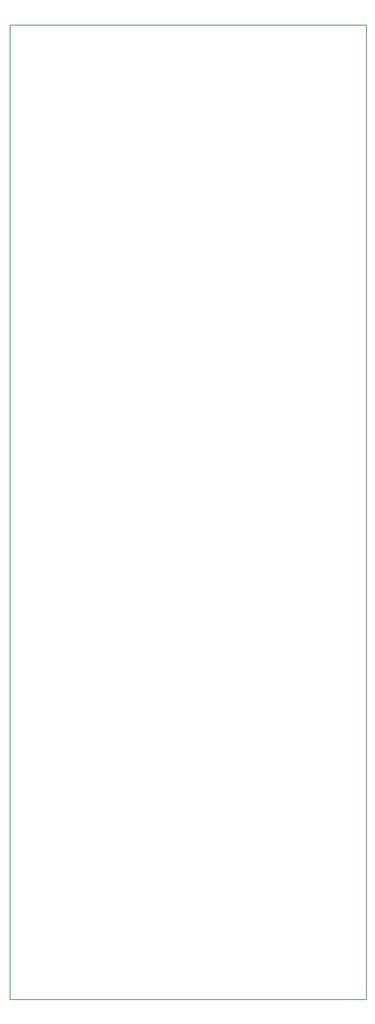
<source format=gm1>
G04 #@! TF.GenerationSoftware,KiCad,Pcbnew,(6.0.1)*
G04 #@! TF.CreationDate,2023-06-21T18:57:46+02:00*
G04 #@! TF.ProjectId,output,6f757470-7574-42e6-9b69-6361645f7063,rev?*
G04 #@! TF.SameCoordinates,Original*
G04 #@! TF.FileFunction,Profile,NP*
%FSLAX46Y46*%
G04 Gerber Fmt 4.6, Leading zero omitted, Abs format (unit mm)*
G04 Created by KiCad (PCBNEW (6.0.1)) date 2023-06-21 18:57:46*
%MOMM*%
%LPD*%
G01*
G04 APERTURE LIST*
G04 #@! TA.AperFunction,Profile*
%ADD10C,0.100000*%
G04 #@! TD*
G04 APERTURE END LIST*
D10*
X90300000Y-50000000D02*
X90300000Y-160000000D01*
X50000000Y-160000000D02*
X50000000Y-50000000D01*
X50000000Y-50000000D02*
X90300000Y-50000000D01*
X90300000Y-160000000D02*
X50000000Y-160000000D01*
M02*

</source>
